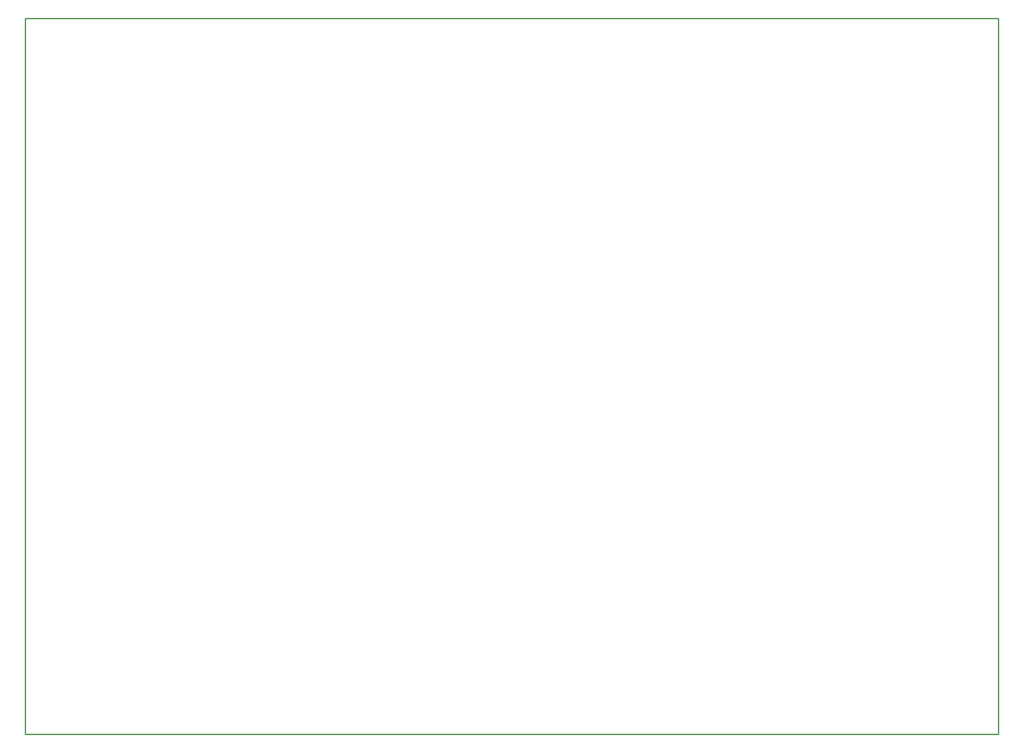
<source format=gbr>
%TF.GenerationSoftware,KiCad,Pcbnew,(6.0.9)*%
%TF.CreationDate,2023-07-13T02:30:16+01:00*%
%TF.ProjectId,Resonant_Converter_V1,5265736f-6e61-46e7-945f-436f6e766572,rev?*%
%TF.SameCoordinates,Original*%
%TF.FileFunction,Profile,NP*%
%FSLAX46Y46*%
G04 Gerber Fmt 4.6, Leading zero omitted, Abs format (unit mm)*
G04 Created by KiCad (PCBNEW (6.0.9)) date 2023-07-13 02:30:16*
%MOMM*%
%LPD*%
G01*
G04 APERTURE LIST*
%TA.AperFunction,Profile*%
%ADD10C,0.200000*%
%TD*%
G04 APERTURE END LIST*
D10*
X50000000Y-27250000D02*
X183000000Y-27250000D01*
X183000000Y-27250000D02*
X183000000Y-125000000D01*
X183000000Y-125000000D02*
X50000000Y-125000000D01*
X50000000Y-125000000D02*
X50000000Y-27250000D01*
M02*

</source>
